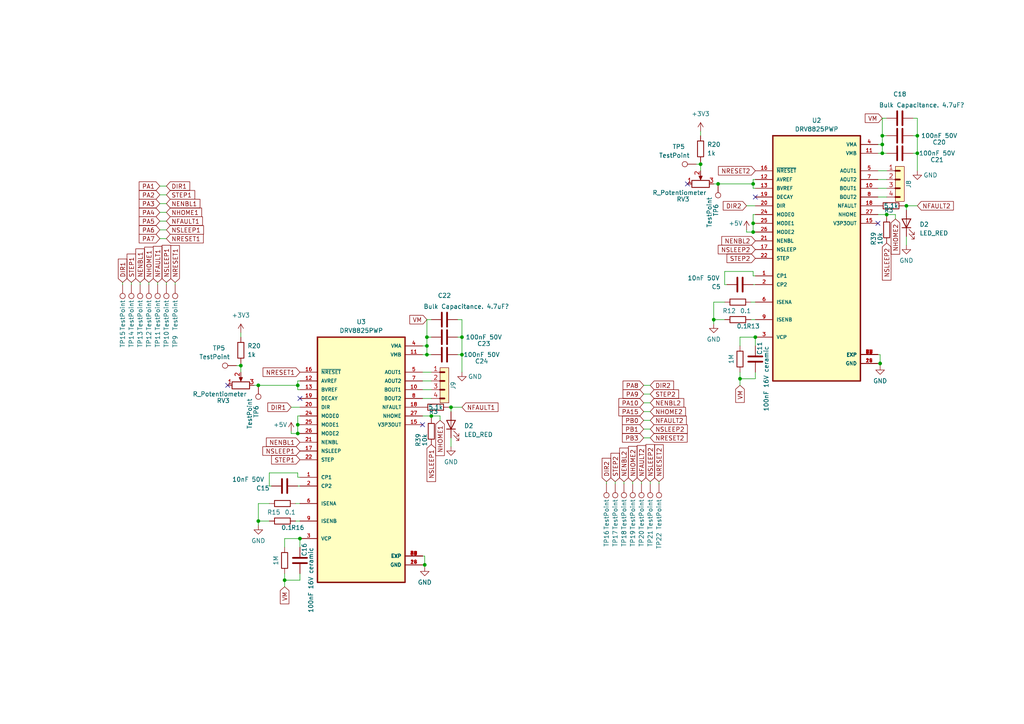
<source format=kicad_sch>
(kicad_sch (version 20230121) (generator eeschema)
  (paper "A4")
  (lib_symbols
    (symbol "Connector:TestPoint" (pin_numbers hide) (pin_names (offset 0.762) hide)
      (property "Reference" "TP" (at 0 6.858 0))
      (property "Value" "TestPoint" (at 0 5.08 0))
      (symbol "TestPoint_0_1"
        (circle (center 0 3.302) (radius 0.762))
      )
      (symbol "TestPoint_1_1"
        (pin passive line (at 0 0 90) (length 2.54) (name "1") (number "1"))
      )
    )
    (symbol "DRV8825PWP:DRV8825PWP" (pin_names (offset 1.016))
      (property "Reference" "U" (at -12.7 36.56 0))
      (property "Value" "DRV8825PWP" (at -12.7 -39.56 0))
      (symbol "DRV8825PWP_0_0"
        (rectangle (start -12.7 -35.56) (end 12.7 35.56) (stroke (width 0.41)) (fill (type background)))
        (pin bidirectional line (at -17.78 -5.08 0) (length 5.08) (name "CP1") (number "1"))
        (pin output line (at 17.78 20.32 180) (length 5.08) (name "BOUT1") (number "10"))
        (pin power_in line (at 17.78 30.48 180) (length 5.08) (name "VMB") (number "11"))
        (pin input line (at -17.78 22.86 0) (length 5.08) (name "AVREF") (number "12"))
        (pin input line (at -17.78 20.32 0) (length 5.08) (name "BVREF") (number "13"))
        (pin power_in line (at 17.78 -30.48 180) (length 5.08) (name "GND") (number "14"))
        (pin output line (at 17.78 10.16 180) (length 5.08) (name "V3P3OUT") (number "15"))
        (pin input line (at -17.78 25.4 0) (length 5.08) (name "~{NRESET}") (number "16"))
        (pin input line (at -17.78 2.54 0) (length 5.08) (name "NSLEEP") (number "17"))
        (pin output line (at 17.78 15.24 180) (length 5.08) (name "NFAULT") (number "18"))
        (pin input line (at -17.78 17.78 0) (length 5.08) (name "DECAY") (number "19"))
        (pin bidirectional line (at -17.78 -7.62 0) (length 5.08) (name "CP2") (number "2"))
        (pin input line (at -17.78 15.24 0) (length 5.08) (name "DIR") (number "20"))
        (pin input line (at -17.78 5.08 0) (length 5.08) (name "NENBL") (number "21"))
        (pin input line (at -17.78 0 0) (length 5.08) (name "STEP") (number "22"))
        (pin input line (at -17.78 12.7 0) (length 5.08) (name "MODE0") (number "24"))
        (pin input line (at -17.78 10.16 0) (length 5.08) (name "MODE1") (number "25"))
        (pin input line (at -17.78 7.62 0) (length 5.08) (name "MODE2") (number "26"))
        (pin output line (at 17.78 12.7 180) (length 5.08) (name "NHOME") (number "27"))
        (pin power_in line (at 17.78 -30.48 180) (length 5.08) (name "GND") (number "28"))
        (pin power_in line (at 17.78 -27.94 180) (length 5.08) (name "EXP") (number "29"))
        (pin bidirectional line (at -17.78 -22.86 0) (length 5.08) (name "VCP") (number "3"))
        (pin power_in line (at 17.78 -27.94 180) (length 5.08) (name "EXP") (number "30"))
        (pin power_in line (at 17.78 -27.94 180) (length 5.08) (name "EXP") (number "31"))
        (pin power_in line (at 17.78 -27.94 180) (length 5.08) (name "EXP") (number "32"))
        (pin power_in line (at 17.78 -27.94 180) (length 5.08) (name "EXP") (number "33"))
        (pin power_in line (at 17.78 -27.94 180) (length 5.08) (name "EXP") (number "34"))
        (pin power_in line (at 17.78 -27.94 180) (length 5.08) (name "EXP") (number "35"))
        (pin power_in line (at 17.78 -27.94 180) (length 5.08) (name "EXP") (number "36"))
        (pin power_in line (at 17.78 -27.94 180) (length 5.08) (name "EXP") (number "37"))
        (pin power_in line (at 17.78 -27.94 180) (length 5.08) (name "EXP") (number "38"))
        (pin power_in line (at 17.78 -27.94 180) (length 5.08) (name "EXP") (number "39"))
        (pin power_in line (at 17.78 33.02 180) (length 5.08) (name "VMA") (number "4"))
        (pin power_in line (at 17.78 -27.94 180) (length 5.08) (name "EXP") (number "40"))
        (pin power_in line (at 17.78 -27.94 180) (length 5.08) (name "EXP") (number "41"))
        (pin power_in line (at 17.78 -27.94 180) (length 5.08) (name "EXP") (number "42"))
        (pin power_in line (at 17.78 -27.94 180) (length 5.08) (name "EXP") (number "43"))
        (pin power_in line (at 17.78 -27.94 180) (length 5.08) (name "EXP") (number "44"))
        (pin power_in line (at 17.78 -27.94 180) (length 5.08) (name "EXP") (number "45"))
        (pin power_in line (at 17.78 -27.94 180) (length 5.08) (name "EXP") (number "46"))
        (pin power_in line (at 17.78 -27.94 180) (length 5.08) (name "EXP") (number "47"))
        (pin power_in line (at 17.78 -27.94 180) (length 5.08) (name "EXP") (number "48"))
        (pin power_in line (at 17.78 -27.94 180) (length 5.08) (name "EXP") (number "49"))
        (pin output line (at 17.78 25.4 180) (length 5.08) (name "AOUT1") (number "5"))
        (pin power_in line (at 17.78 -27.94 180) (length 5.08) (name "EXP") (number "50"))
        (pin bidirectional line (at -17.78 -12.7 0) (length 5.08) (name "ISENA") (number "6"))
        (pin output line (at 17.78 22.86 180) (length 5.08) (name "AOUT2") (number "7"))
        (pin output line (at 17.78 17.78 180) (length 5.08) (name "BOUT2") (number "8"))
        (pin bidirectional line (at -17.78 -17.78 0) (length 5.08) (name "ISENB") (number "9"))
      )
    )
    (symbol "Device:C" (pin_numbers hide) (pin_names (offset 0.254))
      (property "Reference" "C" (at 0.635 2.54 0))
      (property "Value" "C" (at 0.635 -2.54 0))
      (symbol "C_0_1"
        (polyline (pts (xy -2.032 -0.762) (xy 2.032 -0.762)) (stroke (width 0.508)))
        (polyline (pts (xy -2.032 0.762) (xy 2.032 0.762)) (stroke (width 0.508)))
      )
      (symbol "C_1_1"
        (pin passive line (at 0 3.81 270) (length 2.794) (name "~") (number "1"))
        (pin passive line (at 0 -3.81 90) (length 2.794) (name "~") (number "2"))
      )
    )
    (symbol "Device:LED" (pin_numbers hide) (pin_names (offset 1.016) hide)
      (property "Reference" "D" (at 0 2.54 0))
      (property "Value" "LED" (at 0 -2.54 0))
      (symbol "LED_0_1"
        (polyline (pts (xy -1.27 -1.27) (xy -1.27 1.27)) (stroke (width 0.254)))
        (polyline (pts (xy -1.27 0) (xy 1.27 0)))
        (polyline (pts (xy 1.27 -1.27) (xy 1.27 1.27) (xy -1.27 0) (xy 1.27 -1.27)) (stroke (width 0.254)))
        (polyline (pts (xy -3.048 -0.762) (xy -4.572 -2.286) (xy -3.81 -2.286) (xy -4.572 -2.286) (xy -4.572 -1.524)))
        (polyline (pts (xy -1.778 -0.762) (xy -3.302 -2.286) (xy -2.54 -2.286) (xy -3.302 -2.286) (xy -3.302 -1.524)))
      )
      (symbol "LED_1_1"
        (pin passive line (at -3.81 0 0) (length 2.54) (name "K") (number "1"))
        (pin passive line (at 3.81 0 180) (length 2.54) (name "A") (number "2"))
      )
    )
    (symbol "Device:R_Potentiometer" (pin_names (offset 1.016) hide)
      (property "Reference" "RV" (at -4.445 0 90))
      (property "Value" "R_Potentiometer" (at -2.54 0 90))
      (symbol "R_Potentiometer_0_1"
        (polyline (pts (xy 2.54 0) (xy 1.524 0)))
        (polyline (pts (xy 1.143 0) (xy 2.286 0.508) (xy 2.286 -0.508) (xy 1.143 0)) (fill (type outline)))
        (rectangle (start 1.016 2.54) (end -1.016 -2.54) (stroke (width 0.254)))
      )
      (symbol "R_Potentiometer_1_1"
        (pin passive line (at 0 3.81 270) (length 1.27) (name "1") (number "1"))
        (pin passive line (at 3.81 0 180) (length 1.27) (name "2") (number "2"))
        (pin passive line (at 0 -3.81 90) (length 1.27) (name "3") (number "3"))
      )
    )
    (symbol "PCM_SL_Devices:Resistor"
      (property "Reference" "R" (at 0 5.08 0))
      (property "Value" "Resistor" (at 0 2.54 0))
      (symbol "Resistor_0_1"
        (rectangle (start -2.286 0.889) (end 2.286 -0.889) (stroke (width 0.24)))
      )
      (symbol "Resistor_1_1"
        (pin passive line (at -3.81 0 0) (length 1.5) (name "") (number "1"))
        (pin passive line (at 3.81 0 180) (length 1.5) (name "~") (number "2"))
      )
    )
    (symbol "PCM_SL_Pin_Headers:PINHD_1x4_Male"
      (property "Reference" "J" (at 0 8.89 0))
      (property "Value" "PINHD_1x4_Male" (at 0 6.35 0))
      (symbol "PINHD_1x4_Male_0_1"
        (rectangle (start -1.27 5.08) (end 1.27 -5.08) (fill (type background)))
        (polyline (pts (xy -1.27 -3.81) (xy 0 -3.81)) (stroke (width 0.3)))
        (polyline (pts (xy -1.27 -3.81) (xy 0 -3.81)) (stroke (width 0.5)))
        (polyline (pts (xy -1.27 -1.27) (xy 0 -1.27)) (stroke (width 0.3)))
        (polyline (pts (xy -1.27 -1.27) (xy 0 -1.27)) (stroke (width 0.5)))
        (polyline (pts (xy -1.27 1.27) (xy 0 1.27)) (stroke (width 0.3)))
        (polyline (pts (xy -1.27 1.27) (xy 0 1.27)) (stroke (width 0.5)))
        (polyline (pts (xy -1.27 3.81) (xy 0 3.81)) (stroke (width 0.3)))
        (polyline (pts (xy -1.27 3.81) (xy 0 3.81)) (stroke (width 0.5)))
      )
      (symbol "PINHD_1x4_Male_1_1"
        (pin passive line (at -3.81 3.81 0) (length 2.54) (name "") (number "1"))
        (pin passive line (at -3.81 1.27 0) (length 2.54) (name "") (number "2"))
        (pin passive line (at -3.81 -1.27 0) (length 2.54) (name "") (number "3"))
        (pin passive line (at -3.81 -3.81 0) (length 2.54) (name "") (number "4"))
      )
    )
    (symbol "power:+3V3" (power) (pin_names (offset 0))
      (property "Value" "+3V3" (at 0 3.556 0))
      (symbol "+3V3_0_1"
        (polyline (pts (xy -0.762 1.27) (xy 0 2.54)))
        (polyline (pts (xy 0 0) (xy 0 2.54)))
        (polyline (pts (xy 0 2.54) (xy 0.762 1.27)))
      )
      (symbol "+3V3_1_1"
        (pin power_in line (at 0 0 90) (length 0) hide (name "+3V3") (number "1"))
      )
    )
    (symbol "power:+5V" (power) (pin_names (offset 0))
      (property "Value" "+5V" (at 0 3.556 0))
      (symbol "+5V_0_1"
        (polyline (pts (xy -0.762 1.27) (xy 0 2.54)))
        (polyline (pts (xy 0 0) (xy 0 2.54)))
        (polyline (pts (xy 0 2.54) (xy 0.762 1.27)))
      )
      (symbol "+5V_1_1"
        (pin power_in line (at 0 0 90) (length 0) hide (name "+5V") (number "1"))
      )
    )
    (symbol "power:GND" (power) (pin_names (offset 0))
      (property "Value" "GND" (at 0 -3.81 0))
      (symbol "GND_0_1"
        (polyline (pts (xy 0 0) (xy 0 -1.27) (xy 1.27 -1.27) (xy 0 -2.54) (xy -1.27 -1.27) (xy 0 -1.27)))
      )
      (symbol "GND_1_1"
        (pin power_in line (at 0 0 270) (length 0) hide (name "GND") (number "1"))
      )
    )
  )
  (junction (at 214.63 109.855))
  (junction (at 207.01 92.71))
  (junction (at 255.905 39.37))
  (junction (at 266.065 44.45))
  (junction (at 219.075 97.79))
  (junction (at 255.905 41.91))
  (junction (at 218.44 53.34))
  (junction (at 133.985 97.79))
  (junction (at 257.175 62.23))
  (junction (at 86.36 123.19))
  (junction (at 86.36 125.73))
  (junction (at 74.93 111.76))
  (junction (at 123.19 163.83))
  (junction (at 262.89 59.69))
  (junction (at 255.905 44.45))
  (junction (at 218.44 67.31))
  (junction (at 123.825 97.79))
  (junction (at 130.81 118.11))
  (junction (at 266.065 39.37))
  (junction (at 218.44 64.77))
  (junction (at 203.2 47.625))
  (junction (at 86.36 111.76))
  (junction (at 86.995 156.21))
  (junction (at 74.93 151.13))
  (junction (at 69.85 106.045))
  (junction (at 123.825 100.33))
  (junction (at 255.27 105.41))
  (junction (at 208.28 53.34))
  (junction (at 133.985 102.87))
  (junction (at 125.095 120.65))
  (junction (at 123.825 102.87))
  (junction (at 82.55 168.275))
  (no_connect (at 254.635 64.77))
  (no_connect (at 219.075 57.15))
  (no_connect (at 66.04 111.76))
  (no_connect (at 199.39 53.34))
  (no_connect (at 122.555 123.19))
  (no_connect (at 86.995 115.57))
  (wire (pts (xy 218.44 52.07) (xy 218.44 53.34)))
  (wire (pts (xy 214.63 109.855) (xy 219.075 109.855)))
  (wire (pts (xy 130.81 127) (xy 130.81 129.54)))
  (wire (pts (xy 178.435 140.335) (xy 178.435 139.7)))
  (wire (pts (xy 74.93 146.05) (xy 74.93 151.13)))
  (wire (pts (xy 186.055 140.335) (xy 186.055 139.7)))
  (wire (pts (xy 218.44 62.23) (xy 218.44 64.77)))
  (wire (pts (xy 255.27 105.41) (xy 255.27 102.87)))
  (wire (pts (xy 257.175 49.53) (xy 254.635 49.53)))
  (wire (pts (xy 218.44 64.77) (xy 219.075 64.77)))
  (wire (pts (xy 207.01 53.34) (xy 208.28 53.34)))
  (wire (pts (xy 254.635 44.45) (xy 255.905 44.45)))
  (wire (pts (xy 86.36 123.19) (xy 86.995 123.19)))
  (wire (pts (xy 123.825 100.33) (xy 122.555 100.33)))
  (wire (pts (xy 74.93 151.13) (xy 74.93 152.4)))
  (wire (pts (xy 86.36 111.76) (xy 86.36 113.03)))
  (wire (pts (xy 125.095 107.95) (xy 122.555 107.95)))
  (wire (pts (xy 219.075 52.07) (xy 218.44 52.07)))
  (wire (pts (xy 255.905 41.91) (xy 255.905 44.45)))
  (wire (pts (xy 191.135 140.335) (xy 191.135 139.7)))
  (wire (pts (xy 257.175 54.61) (xy 254.635 54.61)))
  (wire (pts (xy 69.85 106.045) (xy 69.85 107.95)))
  (wire (pts (xy 266.065 44.45) (xy 266.065 49.53)))
  (wire (pts (xy 266.065 34.29) (xy 264.795 34.29)))
  (wire (pts (xy 78.105 140.97) (xy 78.74 140.97)))
  (wire (pts (xy 255.905 39.37) (xy 255.905 41.91)))
  (wire (pts (xy 86.36 120.65) (xy 86.36 123.19)))
  (wire (pts (xy 82.55 170.18) (xy 82.55 168.275)))
  (wire (pts (xy 86.36 125.73) (xy 86.995 125.73)))
  (wire (pts (xy 218.44 82.55) (xy 219.075 82.55)))
  (wire (pts (xy 127.635 120.65) (xy 127.635 121.92)))
  (wire (pts (xy 132.715 97.79) (xy 133.985 97.79)))
  (wire (pts (xy 207.01 87.63) (xy 210.185 87.63)))
  (wire (pts (xy 123.19 163.83) (xy 122.555 163.83)))
  (wire (pts (xy 217.805 92.71) (xy 219.075 92.71)))
  (wire (pts (xy 73.66 111.76) (xy 74.93 111.76)))
  (wire (pts (xy 46.355 66.675) (xy 48.26 66.675)))
  (wire (pts (xy 50.8 82.55) (xy 50.8 81.915)))
  (wire (pts (xy 255.27 106.045) (xy 255.27 105.41)))
  (wire (pts (xy 45.72 82.55) (xy 45.72 81.915)))
  (wire (pts (xy 82.55 168.275) (xy 82.55 166.37)))
  (wire (pts (xy 85.725 146.05) (xy 86.995 146.05)))
  (wire (pts (xy 207.01 87.63) (xy 207.01 92.71)))
  (wire (pts (xy 214.63 100.33) (xy 214.63 97.79)))
  (wire (pts (xy 82.55 156.21) (xy 86.995 156.21)))
  (wire (pts (xy 125.095 110.49) (xy 122.555 110.49)))
  (wire (pts (xy 218.44 53.34) (xy 218.44 54.61)))
  (wire (pts (xy 86.995 110.49) (xy 86.36 110.49)))
  (wire (pts (xy 210.185 78.74) (xy 218.44 78.74)))
  (wire (pts (xy 218.44 80.01) (xy 218.44 78.74)))
  (wire (pts (xy 254.635 62.23) (xy 257.175 62.23)))
  (wire (pts (xy 218.44 64.77) (xy 218.44 67.31)))
  (wire (pts (xy 208.28 53.34) (xy 218.44 53.34)))
  (wire (pts (xy 186.69 121.92) (xy 188.595 121.92)))
  (wire (pts (xy 48.26 82.55) (xy 48.26 81.915)))
  (wire (pts (xy 86.36 123.19) (xy 86.36 125.73)))
  (wire (pts (xy 257.175 62.23) (xy 257.175 62.865)))
  (wire (pts (xy 214.63 111.76) (xy 214.63 109.855)))
  (wire (pts (xy 46.355 56.515) (xy 48.26 56.515)))
  (wire (pts (xy 201.93 47.625) (xy 203.2 47.625)))
  (wire (pts (xy 257.175 57.15) (xy 254.635 57.15)))
  (wire (pts (xy 123.825 92.71) (xy 123.825 97.79)))
  (wire (pts (xy 259.715 62.23) (xy 259.715 63.5)))
  (wire (pts (xy 219.075 80.01) (xy 218.44 80.01)))
  (wire (pts (xy 125.095 120.65) (xy 127.635 120.65)))
  (wire (pts (xy 255.905 41.91) (xy 254.635 41.91)))
  (wire (pts (xy 214.63 109.855) (xy 214.63 107.95)))
  (wire (pts (xy 125.095 120.65) (xy 125.095 121.285)))
  (wire (pts (xy 35.56 82.55) (xy 35.56 81.915)))
  (wire (pts (xy 84.455 125.73) (xy 84.455 125.095)))
  (wire (pts (xy 255.905 44.45) (xy 257.175 44.45)))
  (wire (pts (xy 43.18 82.55) (xy 43.18 81.915)))
  (wire (pts (xy 207.01 92.71) (xy 207.01 93.98)))
  (wire (pts (xy 133.985 97.79) (xy 133.985 102.87)))
  (wire (pts (xy 46.355 59.055) (xy 48.26 59.055)))
  (wire (pts (xy 125.095 115.57) (xy 122.555 115.57)))
  (wire (pts (xy 130.81 118.11) (xy 130.81 119.38)))
  (wire (pts (xy 214.63 97.79) (xy 219.075 97.79)))
  (wire (pts (xy 210.185 82.55) (xy 210.185 78.74)))
  (wire (pts (xy 123.825 100.33) (xy 123.825 102.87)))
  (wire (pts (xy 86.995 158.75) (xy 86.995 156.21)))
  (wire (pts (xy 46.355 64.135) (xy 48.26 64.135)))
  (wire (pts (xy 216.535 67.31) (xy 216.535 66.675)))
  (wire (pts (xy 255.27 102.87) (xy 254.635 102.87)))
  (wire (pts (xy 68.58 106.045) (xy 69.85 106.045)))
  (wire (pts (xy 123.825 102.87) (xy 125.095 102.87)))
  (wire (pts (xy 264.795 44.45) (xy 266.065 44.45)))
  (wire (pts (xy 133.985 92.71) (xy 133.985 97.79)))
  (wire (pts (xy 186.69 114.3) (xy 188.595 114.3)))
  (wire (pts (xy 84.455 125.73) (xy 86.36 125.73)))
  (wire (pts (xy 86.36 138.43) (xy 86.36 137.16)))
  (wire (pts (xy 216.535 59.69) (xy 219.075 59.69)))
  (wire (pts (xy 266.065 39.37) (xy 266.065 44.45)))
  (wire (pts (xy 38.1 82.55) (xy 38.1 81.915)))
  (wire (pts (xy 186.69 124.46) (xy 188.595 124.46)))
  (wire (pts (xy 74.93 151.13) (xy 78.105 151.13)))
  (wire (pts (xy 218.44 62.23) (xy 219.075 62.23)))
  (wire (pts (xy 125.095 97.79) (xy 123.825 97.79)))
  (wire (pts (xy 123.825 97.79) (xy 123.825 100.33)))
  (wire (pts (xy 86.36 113.03) (xy 86.995 113.03)))
  (wire (pts (xy 203.2 38.1) (xy 203.2 39.37)))
  (wire (pts (xy 264.795 39.37) (xy 266.065 39.37)))
  (wire (pts (xy 216.535 67.31) (xy 218.44 67.31)))
  (wire (pts (xy 86.995 138.43) (xy 86.36 138.43)))
  (wire (pts (xy 218.44 67.31) (xy 219.075 67.31)))
  (wire (pts (xy 84.455 118.11) (xy 86.995 118.11)))
  (wire (pts (xy 188.595 140.335) (xy 188.595 139.7)))
  (wire (pts (xy 210.185 82.55) (xy 210.82 82.55)))
  (wire (pts (xy 123.19 161.29) (xy 122.555 161.29)))
  (wire (pts (xy 186.69 111.76) (xy 188.595 111.76)))
  (wire (pts (xy 186.69 116.84) (xy 188.595 116.84)))
  (wire (pts (xy 255.27 105.41) (xy 254.635 105.41)))
  (wire (pts (xy 125.095 92.71) (xy 123.825 92.71)))
  (wire (pts (xy 69.85 105.41) (xy 69.85 106.045)))
  (wire (pts (xy 125.095 113.03) (xy 122.555 113.03)))
  (wire (pts (xy 122.555 120.65) (xy 125.095 120.65)))
  (wire (pts (xy 69.85 96.52) (xy 69.85 97.79)))
  (wire (pts (xy 86.36 120.65) (xy 86.995 120.65)))
  (wire (pts (xy 78.105 137.16) (xy 86.36 137.16)))
  (wire (pts (xy 262.89 59.69) (xy 262.89 60.96)))
  (wire (pts (xy 262.89 59.69) (xy 262.255 59.69)))
  (wire (pts (xy 86.36 111.76) (xy 74.93 111.76)))
  (wire (pts (xy 133.985 92.71) (xy 132.715 92.71)))
  (wire (pts (xy 257.175 52.07) (xy 254.635 52.07)))
  (wire (pts (xy 217.805 87.63) (xy 219.075 87.63)))
  (wire (pts (xy 262.89 68.58) (xy 262.89 71.12)))
  (wire (pts (xy 86.36 110.49) (xy 86.36 111.76)))
  (wire (pts (xy 46.355 61.595) (xy 48.26 61.595)))
  (wire (pts (xy 175.895 140.335) (xy 175.895 139.7)))
  (wire (pts (xy 82.55 158.75) (xy 82.55 156.21)))
  (wire (pts (xy 207.01 92.71) (xy 210.185 92.71)))
  (wire (pts (xy 123.19 163.83) (xy 123.19 161.29)))
  (wire (pts (xy 266.065 34.29) (xy 266.065 39.37)))
  (wire (pts (xy 255.905 34.29) (xy 255.905 39.37)))
  (wire (pts (xy 82.55 168.275) (xy 86.995 168.275)))
  (wire (pts (xy 218.44 54.61) (xy 219.075 54.61)))
  (wire (pts (xy 203.2 46.99) (xy 203.2 47.625)))
  (wire (pts (xy 186.69 127) (xy 188.595 127)))
  (wire (pts (xy 85.725 151.13) (xy 86.995 151.13)))
  (wire (pts (xy 86.995 168.275) (xy 86.995 166.37)))
  (wire (pts (xy 123.19 164.465) (xy 123.19 163.83)))
  (wire (pts (xy 46.355 69.215) (xy 48.26 69.215)))
  (wire (pts (xy 219.075 109.855) (xy 219.075 107.95)))
  (wire (pts (xy 203.2 47.625) (xy 203.2 49.53)))
  (wire (pts (xy 266.065 59.69) (xy 262.89 59.69)))
  (wire (pts (xy 186.69 119.38) (xy 188.595 119.38)))
  (wire (pts (xy 257.175 34.29) (xy 255.905 34.29)))
  (wire (pts (xy 257.175 39.37) (xy 255.905 39.37)))
  (wire (pts (xy 122.555 102.87) (xy 123.825 102.87)))
  (wire (pts (xy 257.175 62.23) (xy 259.715 62.23)))
  (wire (pts (xy 133.985 102.87) (xy 133.985 107.95)))
  (wire (pts (xy 40.64 82.55) (xy 40.64 81.915)))
  (wire (pts (xy 74.93 146.05) (xy 78.105 146.05)))
  (wire (pts (xy 130.81 118.11) (xy 130.175 118.11)))
  (wire (pts (xy 219.075 100.33) (xy 219.075 97.79)))
  (wire (pts (xy 78.105 140.97) (xy 78.105 137.16)))
  (wire (pts (xy 132.715 102.87) (xy 133.985 102.87)))
  (wire (pts (xy 183.515 140.335) (xy 183.515 139.7)))
  (wire (pts (xy 86.36 140.97) (xy 86.995 140.97)))
  (wire (pts (xy 46.355 53.975) (xy 48.26 53.975)))
  (wire (pts (xy 133.985 118.11) (xy 130.81 118.11)))
  (wire (pts (xy 180.975 140.335) (xy 180.975 139.7)))
  (global_label "PA4" (shape input) (at 46.355 61.595 180) (property "Intersheetrefs" "${INTERSHEET_REFS}" (effects hide)))
  (global_label "STEP1" (shape input) (at 48.26 56.515 0) (property "Intersheetrefs" "${INTERSHEET_REFS}" (effects hide)))
  (global_label "PB0" (shape input) (at 186.69 121.92 180) (property "Intersheetrefs" "${INTERSHEET_REFS}" (effects hide)))
  (global_label "VM" (shape input) (at 82.55 170.18 270) (property "Intersheetrefs" "${INTERSHEET_REFS}" (effects hide)))
  (global_label "STEP2" (shape input) (at 188.595 114.3 0) (property "Intersheetrefs" "${INTERSHEET_REFS}" (effects hide)))
  (global_label "NFAULT1" (shape input) (at 133.985 118.11 0) (property "Intersheetrefs" "${INTERSHEET_REFS}" (effects hide)))
  (global_label "PA5" (shape input) (at 46.355 64.135 180) (property "Intersheetrefs" "${INTERSHEET_REFS}" (effects hide)))
  (global_label "NFAULT2" (shape input) (at 188.595 121.92 0) (property "Intersheetrefs" "${INTERSHEET_REFS}" (effects hide)))
  (global_label "DIR2" (shape input) (at 216.535 59.69 180) (property "Intersheetrefs" "${INTERSHEET_REFS}" (effects hide)))
  (global_label "PA6" (shape input) (at 46.355 66.675 180) (property "Intersheetrefs" "${INTERSHEET_REFS}" (effects hide)))
  (global_label "PA2" (shape input) (at 46.355 56.515 180) (property "Intersheetrefs" "${INTERSHEET_REFS}" (effects hide)))
  (global_label "NENBL1" (shape input) (at 86.995 128.27 180) (property "Intersheetrefs" "${INTERSHEET_REFS}" (effects hide)))
  (global_label "STEP2" (shape input) (at 219.075 74.93 180) (property "Intersheetrefs" "${INTERSHEET_REFS}" (effects hide)))
  (global_label "NRESET2" (shape input) (at 191.135 139.7 90) (property "Intersheetrefs" "${INTERSHEET_REFS}" (effects hide)))
  (global_label "NRESET1" (shape input) (at 86.995 107.95 180) (property "Intersheetrefs" "${INTERSHEET_REFS}" (effects hide)))
  (global_label "NFAULT2" (shape input) (at 266.065 59.69 0) (property "Intersheetrefs" "${INTERSHEET_REFS}" (effects hide)))
  (global_label "NHOME1" (shape input) (at 127.635 121.92 270) (property "Intersheetrefs" "${INTERSHEET_REFS}" (effects hide)))
  (global_label "VM" (shape input) (at 123.825 92.71 180) (property "Intersheetrefs" "${INTERSHEET_REFS}" (effects hide)))
  (global_label "NENBL2" (shape input) (at 180.975 139.7 90) (property "Intersheetrefs" "${INTERSHEET_REFS}" (effects hide)))
  (global_label "NFAULT1" (shape input) (at 45.72 81.915 90) (property "Intersheetrefs" "${INTERSHEET_REFS}" (effects hide)))
  (global_label "NSLEEP2" (shape input) (at 188.595 139.7 90) (property "Intersheetrefs" "${INTERSHEET_REFS}" (effects hide)))
  (global_label "NSLEEP2" (shape input) (at 219.075 72.39 180) (property "Intersheetrefs" "${INTERSHEET_REFS}" (effects hide)))
  (global_label "NSLEEP2" (shape input) (at 188.595 124.46 0) (property "Intersheetrefs" "${INTERSHEET_REFS}" (effects hide)))
  (global_label "NRESET1" (shape input) (at 48.26 69.215 0) (property "Intersheetrefs" "${INTERSHEET_REFS}" (effects hide)))
  (global_label "PB3" (shape input) (at 186.69 127 180) (property "Intersheetrefs" "${INTERSHEET_REFS}" (effects hide)))
  (global_label "NHOME2" (shape input) (at 259.715 63.5 270) (property "Intersheetrefs" "${INTERSHEET_REFS}" (effects hide)))
  (global_label "NFAULT2" (shape input) (at 186.055 139.7 90) (property "Intersheetrefs" "${INTERSHEET_REFS}" (effects hide)))
  (global_label "PA9" (shape input) (at 186.69 114.3 180) (property "Intersheetrefs" "${INTERSHEET_REFS}" (effects hide)))
  (global_label "DIR2" (shape input) (at 175.895 139.7 90) (property "Intersheetrefs" "${INTERSHEET_REFS}" (effects hide)))
  (global_label "NHOME2" (shape input) (at 188.595 119.38 0) (property "Intersheetrefs" "${INTERSHEET_REFS}" (effects hide)))
  (global_label "DIR2" (shape input) (at 188.595 111.76 0) (property "Intersheetrefs" "${INTERSHEET_REFS}" (effects hide)))
  (global_label "PA15" (shape input) (at 186.69 119.38 180) (property "Intersheetrefs" "${INTERSHEET_REFS}" (effects hide)))
  (global_label "NSLEEP1" (shape input) (at 125.095 128.905 270) (property "Intersheetrefs" "${INTERSHEET_REFS}" (effects hide)))
  (global_label "NRESET1" (shape input) (at 50.8 81.915 90) (property "Intersheetrefs" "${INTERSHEET_REFS}" (effects hide)))
  (global_label "NENBL1" (shape input) (at 48.26 59.055 0) (property "Intersheetrefs" "${INTERSHEET_REFS}" (effects hide)))
  (global_label "NFAULT1" (shape input) (at 48.26 64.135 0) (property "Intersheetrefs" "${INTERSHEET_REFS}" (effects hide)))
  (global_label "NENBL2" (shape input) (at 188.595 116.84 0) (property "Intersheetrefs" "${INTERSHEET_REFS}" (effects hide)))
  (global_label "PB1" (shape input) (at 186.69 124.46 180) (property "Intersheetrefs" "${INTERSHEET_REFS}" (effects hide)))
  (global_label "PA7" (shape input) (at 46.355 69.215 180) (property "Intersheetrefs" "${INTERSHEET_REFS}" (effects hide)))
  (global_label "NHOME2" (shape input) (at 183.515 139.7 90) (property "Intersheetrefs" "${INTERSHEET_REFS}" (effects hide)))
  (global_label "PA3" (shape input) (at 46.355 59.055 180) (property "Intersheetrefs" "${INTERSHEET_REFS}" (effects hide)))
  (global_label "NSLEEP1" (shape input) (at 48.26 81.915 90) (property "Intersheetrefs" "${INTERSHEET_REFS}" (effects hide)))
  (global_label "DIR1" (shape input) (at 35.56 81.915 90) (property "Intersheetrefs" "${INTERSHEET_REFS}" (effects hide)))
  (global_label "DIR1" (shape input) (at 48.26 53.975 0) (property "Intersheetrefs" "${INTERSHEET_REFS}" (effects hide)))
  (global_label "STEP2" (shape input) (at 178.435 139.7 90) (property "Intersheetrefs" "${INTERSHEET_REFS}" (effects hide)))
  (global_label "PA10" (shape input) (at 186.69 116.84 180) (property "Intersheetrefs" "${INTERSHEET_REFS}" (effects hide)))
  (global_label "DIR1" (shape input) (at 84.455 118.11 180) (property "Intersheetrefs" "${INTERSHEET_REFS}" (effects hide)))
  (global_label "NHOME1" (shape input) (at 43.18 81.915 90) (property "Intersheetrefs" "${INTERSHEET_REFS}" (effects hide)))
  (global_label "STEP1" (shape input) (at 38.1 81.915 90) (property "Intersheetrefs" "${INTERSHEET_REFS}" (effects hide)))
  (global_label "STEP1" (shape input) (at 86.995 133.35 180) (property "Intersheetrefs" "${INTERSHEET_REFS}" (effects hide)))
  (global_label "NENBL1" (shape input) (at 40.64 81.915 90) (property "Intersheetrefs" "${INTERSHEET_REFS}" (effects hide)))
  (global_label "NRESET2" (shape input) (at 219.075 49.53 180) (property "Intersheetrefs" "${INTERSHEET_REFS}" (effects hide)))
  (global_label "NENBL2" (shape input) (at 219.075 69.85 180) (property "Intersheetrefs" "${INTERSHEET_REFS}" (effects hide)))
  (global_label "PA1" (shape input) (at 46.355 53.975 180) (property "Intersheetrefs" "${INTERSHEET_REFS}" (effects hide)))
  (global_label "NRESET2" (shape input) (at 188.595 127 0) (property "Intersheetrefs" "${INTERSHEET_REFS}" (effects hide)))
  (global_label "NSLEEP1" (shape input) (at 48.26 66.675 0) (property "Intersheetrefs" "${INTERSHEET_REFS}" (effects hide)))
  (global_label "NSLEEP1" (shape input) (at 86.995 130.81 180) (property "Intersheetrefs" "${INTERSHEET_REFS}" (effects hide)))
  (global_label "NHOME1" (shape input) (at 48.26 61.595 0) (property "Intersheetrefs" "${INTERSHEET_REFS}" (effects hide)))
  (global_label "VM" (shape input) (at 214.63 111.76 270) (property "Intersheetrefs" "${INTERSHEET_REFS}" (effects hide)))
  (global_label "NSLEEP2" (shape input) (at 257.175 70.485 270) (property "Intersheetrefs" "${INTERSHEET_REFS}" (effects hide)))
  (global_label "PA8" (shape input) (at 186.69 111.76 180) (property "Intersheetrefs" "${INTERSHEET_REFS}" (effects hide)))
  (global_label "VM" (shape input) (at 255.905 34.29 180) (property "Intersheetrefs" "${INTERSHEET_REFS}" (effects hide)))
  (symbol (lib_id "PCM_SL_Pin_Headers:PINHD_1x4_Male") (at 128.905 111.76 0) (unit 1)
    (property "Reference" "J9" (at 131.445 113.03 90) (effects (justify left)))
    (property "Value" "PINHD_1x4_Male" (effects hide))
    (property "Footprint" "Connector_PinHeader_2.54mm:PinHeader_1x04_P2.54mm_Vertical" (effects hide))
    (instances (project "Doodle Drive" (path "" (reference "J9") (unit 1)) (path "" (reference "J3") (unit 1))))
  )
  (symbol (lib_id "Connector:TestPoint") (at 74.93 111.76 180) (unit 1)
    (property "Reference" "TP6" (at 74.295 119.38 90))
    (property "Value" "TestPoint" (at 72.39 120.015 90))
    (property "Footprint" "TestPoint:TestPoint_Pad_D2.5mm" (effects hide))
    (instances (project "Doodle Drive" (path "" (reference "TP6") (unit 1)) (path "" (reference "TP42") (unit 1)) (path "" (reference "TP49") (unit 1))))
  )
  (symbol (lib_id "power:GND") (at 133.985 107.95 0) (unit 1)
    (property "Reference" "#PWR047" (effects hide))
    (property "Value" "GND" (at 137.795 109.22 0))
    (instances (project "Doodle Drive" (path "" (reference "#PWR047") (unit 1)) (path "" (reference "#PWR063") (unit 1))))
  )
  (symbol (lib_id "Device:R_Potentiometer") (at 69.85 111.76 90) (unit 1)
    (property "Reference" "RV3" (at 62.865 116.205 90) (effects (justify right)))
    (property "Value" "R_Potentiometer" (at 55.88 114.3 90) (effects (justify right)))
    (property "Footprint" "Potentiometer_THT:Potentiometer_ACP_CA6-H2,5_Horizontal" (effects hide))
    (instances (project "Doodle Drive" (path "" (reference "RV3") (unit 1)) (path "" (reference "RV6") (unit 1)) (path "" (reference "RV2") (unit 1))))
  )
  (symbol (lib_id "PCM_SL_Devices:Resistor") (at 213.995 92.71 0) (unit 1)
    (property "Reference" "R13" (at 218.44 94.615 0))
    (property "Value" "0.1" (at 215.265 94.615 0))
    (property "Footprint" "Resistor_SMD:R_0805_2012Metric" (effects hide))
    (instances (project "Doodle Drive" (path "" (reference "R13") (unit 1)) (path "" (reference "R32") (unit 1))))
  )
  (symbol (lib_id "Device:C") (at 214.63 82.55 270) (unit 1)
    (property "Reference" "C5" (at 206.375 83.185 90) (effects (justify left)))
    (property "Value" "10nF 50V" (at 199.39 80.645 90) (effects (justify left)))
    (property "Footprint" "Capacitor_SMD:C_0805_2012Metric" (effects hide))
    (instances (project "Doodle Drive" (path "" (reference "C5") (unit 1)) (path "" (reference "C40") (unit 1))))
  )
  (symbol (lib_id "Connector:TestPoint") (at 35.56 82.55 180) (unit 1)
    (property "Reference" "TP15" (at 35.56 98.425 90))
    (property "Value" "TestPoint" (at 35.56 91.44 90))
    (property "Footprint" "TestPoint:TestPoint_Pad_D2.5mm" (effects hide))
    (instances (project "Doodle Drive" (path "" (reference "TP15") (unit 1)) (path "" (reference "TP3") (unit 1))))
  )
  (symbol (lib_id "Connector:TestPoint") (at 178.435 140.335 180) (unit 1)
    (property "Reference" "TP17" (at 178.435 156.21 90))
    (property "Value" "TestPoint" (at 178.435 149.225 90))
    (property "Footprint" "TestPoint:TestPoint_Pad_D2.5mm" (effects hide))
    (instances (project "Doodle Drive" (path "" (reference "TP17") (unit 1)) (path "" (reference "TP51") (unit 1))))
  )
  (symbol (lib_id "power:GND") (at 74.93 152.4 0) (unit 1)
    (property "Reference" "#PWR040" (effects hide))
    (property "Value" "GND" (at 74.93 156.845 0))
    (instances (project "Doodle Drive" (path "" (reference "#PWR040") (unit 1)) (path "" (reference "#PWR050") (unit 1))))
  )
  (symbol (lib_id "Device:C") (at 128.905 102.87 90) (unit 1)
    (property "Reference" "C24" (at 139.7 104.775 90))
    (property "Value" "100nF 50V" (at 139.7 102.87 90))
    (property "Footprint" "Capacitor_SMD:C_0805_2012Metric" (effects hide))
    (instances (project "Doodle Drive" (path "" (reference "C24") (unit 1)) (path "" (reference "C39") (unit 1))))
  )
  (symbol (lib_id "PCM_SL_Devices:Resistor") (at 125.095 125.095 90) (unit 1)
    (property "Reference" "R39" (at 121.285 127.635 0))
    (property "Value" "10k" (at 123.19 127.635 0))
    (property "Footprint" "Resistor_SMD:R_0805_2012Metric" (effects hide))
    (instances (project "Doodle Drive" (path "" (reference "R39") (unit 1)) (path "" (reference "R21") (unit 1)) (path "" (reference "R23") (unit 1))))
  )
  (symbol (lib_id "Device:C") (at 128.905 92.71 270) (unit 1)
    (property "Reference" "C22" (at 128.905 85.725 90))
    (property "Value" "Bulk Capacitance. 4.7uF?" (at 135.255 88.9 90))
    (property "Footprint" "Capacitor_SMD:C_0805_2012Metric" (effects hide))
    (instances (project "Doodle Drive" (path "" (reference "C22") (unit 1)) (path "" (reference "C37") (unit 1))))
  )
  (symbol (lib_id "PCM_SL_Devices:Resistor") (at 69.85 101.6 90) (unit 1)
    (property "Reference" "R20" (at 71.755 100.33 90) (effects (justify right)))
    (property "Value" "1k" (at 71.755 102.87 90) (effects (justify right)))
    (property "Footprint" "Resistor_SMD:R_0805_2012Metric" (effects hide))
    (instances (project "Doodle Drive" (path "" (reference "R20") (unit 1)) (path "" (reference "R7") (unit 1)) (path "" (reference "R6") (unit 1))))
  )
  (symbol (lib_id "PCM_SL_Devices:Resistor") (at 258.445 59.69 180) (unit 1)
    (property "Reference" "R3" (at 257.81 60.96 0))
    (property "Value" "5.1k" (at 258.445 59.69 0))
    (property "Footprint" "Resistor_SMD:R_0805_2012Metric" (effects hide))
    (instances (project "Doodle Drive" (path "" (reference "R3") (unit 1)) (path "" (reference "R40") (unit 1)) (path "" (reference "R19") (unit 1)) (path "" (reference "R41") (unit 1))))
  )
  (symbol (lib_id "Connector:TestPoint") (at 183.515 140.335 180) (unit 1)
    (property "Reference" "TP19" (at 183.515 156.21 90))
    (property "Value" "TestPoint" (at 183.515 149.225 90))
    (property "Footprint" "TestPoint:TestPoint_Pad_D2.5mm" (effects hide))
    (instances (project "Doodle Drive" (path "" (reference "TP19") (unit 1)) (path "" (reference "TP53") (unit 1))))
  )
  (symbol (lib_id "power:GND") (at 130.81 129.54 0) (unit 1)
    (property "Reference" "#PWR014" (effects hide))
    (property "Value" "GND" (at 130.81 133.985 0))
    (instances (project "Doodle Drive" (path "" (reference "#PWR014") (unit 1)) (path "" (reference "#PWR060") (unit 1)) (path "" (reference "#PWR046") (unit 1)) (path "" (reference "#PWR062") (unit 1))))
  )
  (symbol (lib_id "PCM_SL_Devices:Resistor") (at 126.365 118.11 180) (unit 1)
    (property "Reference" "R3" (at 125.73 119.38 0))
    (property "Value" "5.1k" (at 126.365 118.11 0))
    (property "Footprint" "Resistor_SMD:R_0805_2012Metric" (effects hide))
    (instances (project "Doodle Drive" (path "" (reference "R3") (unit 1)) (path "" (reference "R40") (unit 1)) (path "" (reference "R22") (unit 1)) (path "" (reference "R27") (unit 1))))
  )
  (symbol (lib_id "power:+5V") (at 84.455 125.095 0) (unit 1)
    (property "Reference" "#PWR041" (effects hide))
    (property "Value" "+5V" (at 81.28 123.19 0))
    (instances (project "Doodle Drive" (path "" (reference "#PWR041") (unit 1)) (path "" (reference "#PWR051") (unit 1))))
  )
  (symbol (lib_id "Connector:TestPoint") (at 191.135 140.335 180) (unit 1)
    (property "Reference" "TP22" (at 191.135 156.845 90))
    (property "Value" "TestPoint" (at 191.135 149.225 90))
    (property "Footprint" "TestPoint:TestPoint_Pad_D2.5mm" (effects hide))
    (instances (project "Doodle Drive" (path "" (reference "TP22") (unit 1)) (path "" (reference "TP56") (unit 1))))
  )
  (symbol (lib_id "Device:R_Potentiometer") (at 203.2 53.34 90) (unit 1)
    (property "Reference" "RV3" (at 196.215 57.785 90) (effects (justify right)))
    (property "Value" "R_Potentiometer" (at 189.23 55.88 90) (effects (justify right)))
    (property "Footprint" "Potentiometer_THT:Potentiometer_ACP_CA6-H2,5_Horizontal" (effects hide))
    (instances (project "Doodle Drive" (path "" (reference "RV3") (unit 1)) (path "" (reference "RV1") (unit 1)) (path "" (reference "RV7") (unit 1))))
  )
  (symbol (lib_id "Device:C") (at 260.985 34.29 270) (unit 1)
    (property "Reference" "C18" (at 260.985 27.305 90))
    (property "Value" "Bulk Capacitance. 4.7uF?" (at 267.335 30.48 90))
    (property "Footprint" "Capacitor_SMD:C_0805_2012Metric" (effects hide))
    (instances (project "Doodle Drive" (path "" (reference "C18") (unit 1)) (path "" (reference "C42") (unit 1))))
  )
  (symbol (lib_id "Connector:TestPoint") (at 201.93 47.625 90) (unit 1)
    (property "Reference" "TP5" (at 196.85 42.545 90))
    (property "Value" "TestPoint" (at 195.58 45.085 90))
    (property "Footprint" "TestPoint:TestPoint_Pad_D2.5mm" (effects hide))
    (instances (project "Doodle Drive" (path "" (reference "TP5") (unit 1)) (path "" (reference "TP1") (unit 1)) (path "" (reference "TP57") (unit 1))))
  )
  (symbol (lib_id "power:+3V3") (at 69.85 96.52 0) (unit 1)
    (property "Reference" "#PWR016" (effects hide))
    (property "Value" "+3V3" (at 69.85 91.44 0))
    (instances (project "Doodle Drive" (path "" (reference "#PWR016") (unit 1)) (path "" (reference "#PWR032") (unit 1)) (path "" (reference "#PWR033") (unit 1))))
  )
  (symbol (lib_id "PCM_SL_Devices:Resistor") (at 257.175 66.675 90) (unit 1)
    (property "Reference" "R39" (at 253.365 69.215 0))
    (property "Value" "10k" (at 255.27 69.215 0))
    (property "Footprint" "Resistor_SMD:R_0805_2012Metric" (effects hide))
    (instances (project "Doodle Drive" (path "" (reference "R39") (unit 1)) (path "" (reference "R18") (unit 1)) (path "" (reference "R38") (unit 1))))
  )
  (symbol (lib_id "Connector:TestPoint") (at 50.8 82.55 180) (unit 1)
    (property "Reference" "TP9" (at 50.8 99.06 90))
    (property "Value" "TestPoint" (at 50.8 91.44 90))
    (property "Footprint" "TestPoint:TestPoint_Pad_D2.5mm" (effects hide))
    (instances (project "Doodle Drive" (path "" (reference "TP9") (unit 1)) (path "" (reference "TP47") (unit 1))))
  )
  (symbol (lib_id "DRV8825PWP:DRV8825PWP") (at 236.855 74.93 0) (unit 1)
    (property "Reference" "U2" (at 236.855 34.925 0))
    (property "Value" "DRV8825PWP" (at 236.855 37.465 0))
    (property "Footprint" "DRV8825PWP:IC_TPS61196PWPRQ1" (effects hide))
    (property "Datasheet" "https://datasheet.lcsc.com/lcsc/1810151711_Texas-Instruments-DRV8825PWPR_C81582.pdf" (effects hide))
    (property "MF" "Texas Instruments" (effects hide))
    (property "MOUSER-PURCHASE-URL" "https://snapeda.com/shop?store=Mouser&id=52585" (effects hide))
    (property "DESCRIPTION" "45-V, 2.5-A bipolar stepper motor driver with current regulation and 1/32 microstepping 28-HTSSOP -40 to 85" (effects hide))
    (property "PACKAGE" "HTSSOP-28 Texas Instruments" (effects hide))
    (property "PRICE" "None" (effects hide))
    (property "Package" "HTSSOP-28 Texas Instruments" (effects hide))
    (property "Check_prices" "https://www.snapeda.com/parts/DRV8825PWP/Texas+Instruments/view-part/?ref=eda" (effects hide))
    (property "TEXAS_INSTRUMENTS-PURCHASE-URL" "https://snapeda.com/shop?store=Texas+Instruments&id=52585" (effects hide))
    (property "Price" "None" (effects hide))
    (property "SnapEDA_Link" "https://www.snapeda.com/parts/DRV8825PWP/Texas+Instruments/view-part/?ref=snap" (effects hide))
    (property "MP" "DRV8825PWP" (effects hide))
    (property "DIGIKEY-PURCHASE-URL" "https://snapeda.com/shop?store=DigiKey&id=52585" (effects hide))
    (property "Purchase-URL" "https://www.snapeda.com/api/url_track_click_mouser/?unipart_id=52585&manufacturer=Texas Instruments&part_name=DRV8825PWP&search_term=None" (effects hide))
    (property "Availability" "In Stock" (effects hide))
    (property "AVAILABILITY" "Good" (effects hide))
    (property "Description" "\n45-V, 2.5-A bipolar stepper motor driver with current regulation and 1/32 microstepping  \n" (effects hide))
    (instances (project "Doodle Drive" (path "" (reference "U2") (unit 1)) (path "" (reference "U8") (unit 1))))
  )
  (symbol (lib_id "Device:C") (at 82.55 140.97 270) (unit 1)
    (property "Reference" "C15" (at 74.295 141.605 90) (effects (justify left)))
    (property "Value" "10nF 50V" (at 67.31 139.065 90) (effects (justify left)))
    (property "Footprint" "Capacitor_SMD:C_0805_2012Metric" (effects hide))
    (instances (project "Doodle Drive" (path "" (reference "C15") (unit 1)) (path "" (reference "C35") (unit 1))))
  )
  (symbol (lib_id "PCM_SL_Devices:Resistor") (at 214.63 104.14 270) (unit 1)
    (property "Reference" "R14" (effects hide))
    (property "Value" "1M" (at 212.09 104.14 0))
    (property "Footprint" "Resistor_SMD:R_0805_2012Metric" (effects hide))
    (instances (project "Doodle Drive" (path "" (reference "R14") (unit 1)) (path "" (reference "R37") (unit 1))))
  )
  (symbol (lib_id "Connector:TestPoint") (at 40.64 82.55 180) (unit 1)
    (property "Reference" "TP13" (at 40.64 98.425 90))
    (property "Value" "TestPoint" (at 40.64 91.44 90))
    (property "Footprint" "TestPoint:TestPoint_Pad_D2.5mm" (effects hide))
    (instances (project "Doodle Drive" (path "" (reference "TP13") (unit 1)) (path "" (reference "TP43") (unit 1))))
  )
  (symbol (lib_id "power:GND") (at 266.065 49.53 0) (unit 1)
    (property "Reference" "#PWR044" (effects hide))
    (property "Value" "GND" (at 269.875 50.8 0))
    (instances (project "Doodle Drive" (path "" (reference "#PWR044") (unit 1)) (path "" (reference "#PWR069") (unit 1))))
  )
  (symbol (lib_id "power:GND") (at 207.01 93.98 0) (unit 1)
    (property "Reference" "#PWR036" (effects hide))
    (property "Value" "GND" (at 207.01 98.425 0))
    (instances (project "Doodle Drive" (path "" (reference "#PWR036") (unit 1)) (path "" (reference "#PWR065") (unit 1))))
  )
  (symbol (lib_id "power:GND") (at 262.89 71.12 0) (unit 1)
    (property "Reference" "#PWR014" (effects hide))
    (property "Value" "GND" (at 262.89 75.565 0))
    (instances (project "Doodle Drive" (path "" (reference "#PWR014") (unit 1)) (path "" (reference "#PWR060") (unit 1)) (path "" (reference "#PWR043") (unit 1)) (path "" (reference "#PWR068") (unit 1))))
  )
  (symbol (lib_id "PCM_SL_Devices:Resistor") (at 82.55 162.56 270) (unit 1)
    (property "Reference" "R17" (effects hide))
    (property "Value" "1M" (at 80.01 162.56 0))
    (property "Footprint" "Resistor_SMD:R_0805_2012Metric" (effects hide))
    (instances (project "Doodle Drive" (path "" (reference "R17") (unit 1)) (path "" (reference "R11") (unit 1))))
  )
  (symbol (lib_id "Device:C") (at 86.995 162.56 180) (unit 1)
    (property "Reference" "C16" (at 88.265 157.48 90) (effects (justify left)))
    (property "Value" "100nF 16V ceramic" (at 90.17 158.75 90) (effects (justify left)))
    (property "Footprint" "Capacitor_SMD:C_01005_0402Metric" (effects hide))
    (instances (project "Doodle Drive" (path "" (reference "C16") (unit 1)) (path "" (reference "C36") (unit 1))))
  )
  (symbol (lib_id "power:GND") (at 123.19 164.465 0) (unit 1)
    (property "Reference" "#PWR045" (effects hide))
    (property "Value" "GND" (at 123.19 168.91 0))
    (instances (project "Doodle Drive" (path "" (reference "#PWR045") (unit 1)) (path "" (reference "#PWR057") (unit 1))))
  )
  (symbol (lib_id "Connector:TestPoint") (at 38.1 82.55 180) (unit 1)
    (property "Reference" "TP14" (at 38.1 98.425 90))
    (property "Value" "TestPoint" (at 38.1 91.44 90))
    (property "Footprint" "TestPoint:TestPoint_Pad_D2.5mm" (effects hide))
    (instances (project "Doodle Drive" (path "" (reference "TP14") (unit 1)) (path "" (reference "TP4") (unit 1))))
  )
  (symbol (lib_id "Connector:TestPoint") (at 180.975 140.335 180) (unit 1)
    (property "Reference" "TP18" (at 180.975 156.21 90))
    (property "Value" "TestPoint" (at 180.975 149.225 90))
    (property "Footprint" "TestPoint:TestPoint_Pad_D2.5mm" (effects hide))
    (instances (project "Doodle Drive" (path "" (reference "TP18") (unit 1)) (path "" (reference "TP52") (unit 1))))
  )
  (symbol (lib_id "Connector:TestPoint") (at 186.055 140.335 180) (unit 1)
    (property "Reference" "TP20" (at 186.055 156.21 90))
    (property "Value" "TestPoint" (at 186.055 149.225 90))
    (property "Footprint" "TestPoint:TestPoint_Pad_D2.5mm" (effects hide))
    (instances (project "Doodle Drive" (path "" (reference "TP20") (unit 1)) (path "" (reference "TP54") (unit 1))))
  )
  (symbol (lib_id "Connector:TestPoint") (at 48.26 82.55 180) (unit 1)
    (property "Reference" "TP10" (at 48.26 98.425 90))
    (property "Value" "TestPoint" (at 48.26 91.44 90))
    (property "Footprint" "TestPoint:TestPoint_Pad_D2.5mm" (effects hide))
    (instances (project "Doodle Drive" (path "" (reference "TP10") (unit 1)) (path "" (reference "TP46") (unit 1))))
  )
  (symbol (lib_id "Connector:TestPoint") (at 45.72 82.55 180) (unit 1)
    (property "Reference" "TP11" (at 45.72 98.425 90))
    (property "Value" "TestPoint" (at 45.72 91.44 90))
    (property "Footprint" "TestPoint:TestPoint_Pad_D2.5mm" (effects hide))
    (instances (project "Doodle Drive" (path "" (reference "TP11") (unit 1)) (path "" (reference "TP45") (unit 1))))
  )
  (symbol (lib_id "Connector:TestPoint") (at 43.18 82.55 180) (unit 1)
    (property "Reference" "TP12" (at 43.18 98.425 90))
    (property "Value" "TestPoint" (at 43.18 91.44 90))
    (property "Footprint" "TestPoint:TestPoint_Pad_D2.5mm" (effects hide))
    (instances (project "Doodle Drive" (path "" (reference "TP12") (unit 1)) (path "" (reference "TP44") (unit 1))))
  )
  (symbol (lib_id "power:+5V") (at 216.535 66.675 0) (unit 1)
    (property "Reference" "#PWR039" (effects hide))
    (property "Value" "+5V" (at 213.36 64.77 0))
    (instances (project "Doodle Drive" (path "" (reference "#PWR039") (unit 1)) (path "" (reference "#PWR066") (unit 1))))
  )
  (symbol (lib_id "Device:C") (at 128.905 97.79 90) (unit 1)
    (property "Reference" "C23" (at 140.335 99.695 90))
    (property "Value" "100nF 50V" (at 140.335 97.79 90))
    (property "Footprint" "Capacitor_SMD:C_0805_2012Metric" (effects hide))
    (instances (project "Doodle Drive" (path "" (reference "C23") (unit 1)) (path "" (reference "C38") (unit 1))))
  )
  (symbol (lib_id "Device:C") (at 260.985 39.37 90) (unit 1)
    (property "Reference" "C20" (at 272.415 41.275 90))
    (property "Value" "100nF 50V" (at 272.415 39.37 90))
    (property "Footprint" "Capacitor_SMD:C_0805_2012Metric" (effects hide))
    (instances (project "Doodle Drive" (path "" (reference "C20") (unit 1)) (path "" (reference "C43") (unit 1))))
  )
  (symbol (lib_id "Connector:TestPoint") (at 68.58 106.045 90) (unit 1)
    (property "Reference" "TP5" (at 63.5 100.965 90))
    (property "Value" "TestPoint" (at 62.23 103.505 90))
    (property "Footprint" "TestPoint:TestPoint_Pad_D2.5mm" (effects hide))
    (instances (project "Doodle Drive" (path "" (reference "TP5") (unit 1)) (path "" (reference "TP41") (unit 1)) (path "" (reference "TP48") (unit 1))))
  )
  (symbol (lib_id "power:+3V3") (at 203.2 38.1 0) (unit 1)
    (property "Reference" "#PWR016" (effects hide))
    (property "Value" "+3V3" (at 203.2 33.02 0))
    (instances (project "Doodle Drive" (path "" (reference "#PWR016") (unit 1)) (path "" (reference "#PWR017") (unit 1)) (path "" (reference "#PWR064") (unit 1))))
  )
  (symbol (lib_id "Connector:TestPoint") (at 208.28 53.34 180) (unit 1)
    (property "Reference" "TP6" (at 207.645 60.96 90))
    (property "Value" "TestPoint" (at 205.74 61.595 90))
    (property "Footprint" "TestPoint:TestPoint_Pad_D2.5mm" (effects hide))
    (instances (project "Doodle Drive" (path "" (reference "TP6") (unit 1)) (path "" (reference "TP2") (unit 1)) (path "" (reference "TP58") (unit 1))))
  )
  (symbol (lib_id "Device:LED") (at 262.89 64.77 90) (unit 1)
    (property "Reference" "D2" (at 266.7 65.0875 90) (effects (justify right)))
    (property "Value" "LED_RED" (at 266.7 67.6275 90) (effects (justify right)))
    (property "Footprint" "LED_SMD:LED_0805_2012Metric" (effects hide))
    (instances (project "Doodle Drive" (path "" (reference "D2") (unit 1)) (path "" (reference "D6") (unit 1)) (path "" (reference "D3") (unit 1)) (path "" (reference "D8") (unit 1))))
  )
  (symbol (lib_id "Connector:TestPoint") (at 188.595 140.335 180) (unit 1)
    (property "Reference" "TP21" (at 188.595 156.21 90))
    (property "Value" "TestPoint" (at 188.595 149.225 90))
    (property "Footprint" "TestPoint:TestPoint_Pad_D2.5mm" (effects hide))
    (instances (project "Doodle Drive" (path "" (reference "TP21") (unit 1)) (path "" (reference "TP55") (unit 1))))
  )
  (symbol (lib_id "Device:C") (at 219.075 104.14 180) (unit 1)
    (property "Reference" "C11" (at 220.345 99.06 90) (effects (justify left)))
    (property "Value" "100nF 16V ceramic" (at 222.25 100.33 90) (effects (justify left)))
    (property "Footprint" "Capacitor_SMD:C_01005_0402Metric" (effects hide))
    (instances (project "Doodle Drive" (path "" (reference "C11") (unit 1)) (path "" (reference "C41") (unit 1))))
  )
  (symbol (lib_id "power:GND") (at 255.27 106.045 0) (unit 1)
    (property "Reference" "#PWR042" (effects hide))
    (property "Value" "GND" (at 255.27 110.49 0))
    (instances (project "Doodle Drive" (path "" (reference "#PWR042") (unit 1)) (path "" (reference "#PWR067") (unit 1))))
  )
  (symbol (lib_id "PCM_SL_Devices:Resistor") (at 81.915 151.13 0) (unit 1)
    (property "Reference" "R16" (at 86.36 153.035 0))
    (property "Value" "0.1" (at 83.185 153.035 0))
    (property "Footprint" "Resistor_SMD:R_0805_2012Metric" (effects hide))
    (instances (project "Doodle Drive" (path "" (reference "R16") (unit 1)) (path "" (reference "R10") (unit 1))))
  )
  (symbol (lib_id "PCM_SL_Devices:Resistor") (at 203.2 43.18 90) (unit 1)
    (property "Reference" "R20" (at 205.105 41.91 90) (effects (justify right)))
    (property "Value" "1k" (at 205.105 44.45 90) (effects (justify right)))
    (property "Footprint" "Resistor_SMD:R_0805_2012Metric" (effects hide))
    (instances (project "Doodle Drive" (path "" (reference "R20") (unit 1)) (path "" (reference "R5") (unit 1)) (path "" (reference "R28") (unit 1))))
  )
  (symbol (lib_id "Device:C") (at 260.985 44.45 90) (unit 1)
    (property "Reference" "C21" (at 271.78 46.355 90))
    (property "Value" "100nF 50V" (at 271.78 44.45 90))
    (property "Footprint" "Capacitor_SMD:C_0805_2012Metric" (effects hide))
    (instances (project "Doodle Drive" (path "" (reference "C21") (unit 1)) (path "" (reference "C44") (unit 1))))
  )
  (symbol (lib_id "PCM_SL_Devices:Resistor") (at 213.995 87.63 180) (unit 1)
    (property "Reference" "R12" (at 209.55 90.17 0) (effects (justify right)))
    (property "Value" "0.1" (at 214.63 90.17 0) (effects (justify right)))
    (property "Footprint" "Resistor_SMD:R_0805_2012Metric" (effects hide))
    (instances (project "Doodle Drive" (path "" (reference "R12") (unit 1)) (path "" (reference "R29") (unit 1))))
  )
  (symbol (lib_id "Device:LED") (at 130.81 123.19 90) (unit 1)
    (property "Reference" "D2" (at 134.62 123.5075 90) (effects (justify right)))
    (property "Value" "LED_RED" (at 134.62 126.0475 90) (effects (justify right)))
    (property "Footprint" "LED_SMD:LED_0805_2012Metric" (effects hide))
    (instances (project "Doodle Drive" (path "" (reference "D2") (unit 1)) (path "" (reference "D6") (unit 1)) (path "" (reference "D4") (unit 1)) (path "" (reference "D7") (unit 1))))
  )
  (symbol (lib_id "DRV8825PWP:DRV8825PWP") (at 104.775 133.35 0) (unit 1)
    (property "Reference" "U3" (at 104.775 93.345 0))
    (property "Value" "DRV8825PWP" (at 104.775 95.885 0))
    (property "Footprint" "DRV8825PWP:IC_TPS61196PWPRQ1" (effects hide))
    (property "Datasheet" "https://datasheet.lcsc.com/lcsc/1810151711_Texas-Instruments-DRV8825PWPR_C81582.pdf" (effects hide))
    (property "MF" "Texas Instruments" (effects hide))
    (property "MOUSER-PURCHASE-URL" "https://snapeda.com/shop?store=Mouser&id=52585" (effects hide))
    (property "DESCRIPTION" "45-V, 2.5-A bipolar stepper motor driver with current regulation and 1/32 microstepping 28-HTSSOP -40 to 85" (effects hide))
    (property "PACKAGE" "HTSSOP-28 Texas Instruments" (effects hide))
    (property "PRICE" "None" (effects hide))
    (property "Package" "HTSSOP-28 Texas Instruments" (effects hide))
    (property "Check_prices" "https://www.snapeda.com/parts/DRV8825PWP/Texas+Instruments/view-part/?ref=eda" (effects hide))
    (property "TEXAS_INSTRUMENTS-PURCHASE-URL" "https://snapeda.com/shop?store=Texas+Instruments&id=52585" (effects hide))
    (property "Price" "None" (effects hide))
    (property "SnapEDA_Link" "https://www.snapeda.com/parts/DRV8825PWP/Texas+Instruments/view-part/?ref=snap" (effects hide))
    (property "MP" "DRV8825PWP" (effects hide))
    (property "DIGIKEY-PURCHASE-URL" "https://snapeda.com/shop?store=DigiKey&id=52585" (effects hide))
    (property "Purchase-URL" "https://www.snapeda.com/api/url_track_click_mouser/?unipart_id=52585&manufacturer=Texas Instruments&part_name=DRV8825PWP&search_term=None" (effects hide))
    (property "Availability" "In Stock" (effects hide))
    (property "AVAILABILITY" "Good" (effects hide))
    (property "Description" "\n45-V, 2.5-A bipolar stepper motor driver with current regulation and 1/32 microstepping  \n" (effects hide))
    (instances (project "Doodle Drive" (path "" (reference "U3") (unit 1)) (path "" (reference "U7") (unit 1))))
  )
  (symbol (lib_id "PCM_SL_Devices:Resistor") (at 81.915 146.05 180) (unit 1)
    (property "Reference" "R15" (at 77.47 148.59 0) (effects (justify right)))
    (property "Value" "0.1" (at 82.55 148.59 0) (effects (justify right)))
    (property "Footprint" "Resistor_SMD:R_0805_2012Metric" (effects hide))
    (instances (project "Doodle Drive" (path "" (reference "R15") (unit 1)) (path "" (reference "R9") (unit 1))))
  )
  (symbol (lib_id "Connector:TestPoint") (at 175.895 140.335 180) (unit 1)
    (property "Reference" "TP16" (at 175.895 156.21 90))
    (property "Value" "TestPoint" (at 175.895 149.225 90))
    (property "Footprint" "TestPoint:TestPoint_Pad_D2.5mm" (effects hide))
    (instances (project "Doodle Drive" (path "" (reference "TP16") (unit 1)) (path "" (reference "TP50") (unit 1))))
  )
  (symbol (lib_id "PCM_SL_Pin_Headers:PINHD_1x4_Male") (at 260.985 53.34 0) (unit 1)
    (property "Reference" "J8" (at 263.525 54.61 90) (effects (justify left)))
    (property "Value" "PINHD_1x4_Male" (effects hide))
    (property "Footprint" "Connector_PinHeader_2.54mm:PinHeader_1x04_P2.54mm_Vertical" (effects hide))
    (instances (project "Doodle Drive" (path "" (reference "J8") (unit 1)) (path "" (reference "J4") (unit 1))))
  )
)
</source>
